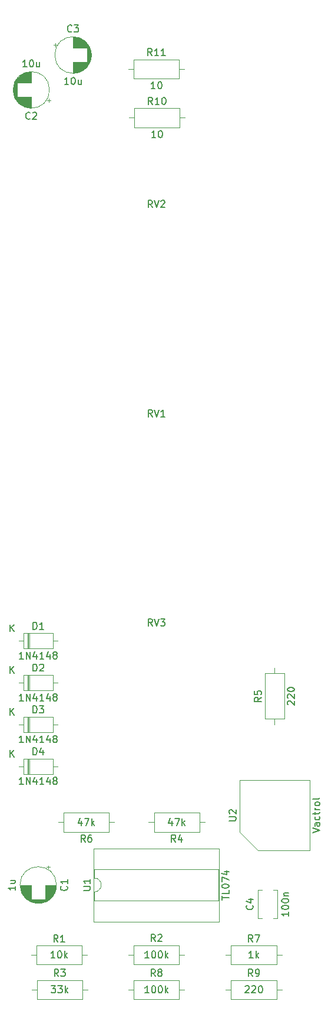
<source format=gbr>
%TF.GenerationSoftware,KiCad,Pcbnew,6.0.9-8da3e8f707~117~ubuntu22.04.1*%
%TF.CreationDate,2022-12-15T23:13:04+01:00*%
%TF.ProjectId,kosmo-sidechain,6b6f736d-6f2d-4736-9964-65636861696e,v1.0.0*%
%TF.SameCoordinates,Original*%
%TF.FileFunction,Legend,Top*%
%TF.FilePolarity,Positive*%
%FSLAX46Y46*%
G04 Gerber Fmt 4.6, Leading zero omitted, Abs format (unit mm)*
G04 Created by KiCad (PCBNEW 6.0.9-8da3e8f707~117~ubuntu22.04.1) date 2022-12-15 23:13:04*
%MOMM*%
%LPD*%
G01*
G04 APERTURE LIST*
%ADD10C,0.150000*%
%ADD11C,0.120000*%
G04 APERTURE END LIST*
D10*
%TO.C,C1*%
X57107142Y-165166666D02*
X57154761Y-165214285D01*
X57202380Y-165357142D01*
X57202380Y-165452380D01*
X57154761Y-165595238D01*
X57059523Y-165690476D01*
X56964285Y-165738095D01*
X56773809Y-165785714D01*
X56630952Y-165785714D01*
X56440476Y-165738095D01*
X56345238Y-165690476D01*
X56250000Y-165595238D01*
X56202380Y-165452380D01*
X56202380Y-165357142D01*
X56250000Y-165214285D01*
X56297619Y-165166666D01*
X57202380Y-164214285D02*
X57202380Y-164785714D01*
X57202380Y-164500000D02*
X56202380Y-164500000D01*
X56345238Y-164595238D01*
X56440476Y-164690476D01*
X56488095Y-164785714D01*
X49702380Y-165166666D02*
X49702380Y-165738095D01*
X49702380Y-165452380D02*
X48702380Y-165452380D01*
X48845238Y-165547619D01*
X48940476Y-165642857D01*
X48988095Y-165738095D01*
X49035714Y-164309523D02*
X49702380Y-164309523D01*
X49035714Y-164738095D02*
X49559523Y-164738095D01*
X49654761Y-164690476D01*
X49702380Y-164595238D01*
X49702380Y-164452380D01*
X49654761Y-164357142D01*
X49607142Y-164309523D01*
%TO.C,D1*%
X52261904Y-128332380D02*
X52261904Y-127332380D01*
X52500000Y-127332380D01*
X52642857Y-127380000D01*
X52738095Y-127475238D01*
X52785714Y-127570476D01*
X52833333Y-127760952D01*
X52833333Y-127903809D01*
X52785714Y-128094285D01*
X52738095Y-128189523D01*
X52642857Y-128284761D01*
X52500000Y-128332380D01*
X52261904Y-128332380D01*
X53785714Y-128332380D02*
X53214285Y-128332380D01*
X53500000Y-128332380D02*
X53500000Y-127332380D01*
X53404761Y-127475238D01*
X53309523Y-127570476D01*
X53214285Y-127618095D01*
X50857142Y-132572380D02*
X50285714Y-132572380D01*
X50571428Y-132572380D02*
X50571428Y-131572380D01*
X50476190Y-131715238D01*
X50380952Y-131810476D01*
X50285714Y-131858095D01*
X51285714Y-132572380D02*
X51285714Y-131572380D01*
X51857142Y-132572380D01*
X51857142Y-131572380D01*
X52761904Y-131905714D02*
X52761904Y-132572380D01*
X52523809Y-131524761D02*
X52285714Y-132239047D01*
X52904761Y-132239047D01*
X53809523Y-132572380D02*
X53238095Y-132572380D01*
X53523809Y-132572380D02*
X53523809Y-131572380D01*
X53428571Y-131715238D01*
X53333333Y-131810476D01*
X53238095Y-131858095D01*
X54666666Y-131905714D02*
X54666666Y-132572380D01*
X54428571Y-131524761D02*
X54190476Y-132239047D01*
X54809523Y-132239047D01*
X55333333Y-132000952D02*
X55238095Y-131953333D01*
X55190476Y-131905714D01*
X55142857Y-131810476D01*
X55142857Y-131762857D01*
X55190476Y-131667619D01*
X55238095Y-131620000D01*
X55333333Y-131572380D01*
X55523809Y-131572380D01*
X55619047Y-131620000D01*
X55666666Y-131667619D01*
X55714285Y-131762857D01*
X55714285Y-131810476D01*
X55666666Y-131905714D01*
X55619047Y-131953333D01*
X55523809Y-132000952D01*
X55333333Y-132000952D01*
X55238095Y-132048571D01*
X55190476Y-132096190D01*
X55142857Y-132191428D01*
X55142857Y-132381904D01*
X55190476Y-132477142D01*
X55238095Y-132524761D01*
X55333333Y-132572380D01*
X55523809Y-132572380D01*
X55619047Y-132524761D01*
X55666666Y-132477142D01*
X55714285Y-132381904D01*
X55714285Y-132191428D01*
X55666666Y-132096190D01*
X55619047Y-132048571D01*
X55523809Y-132000952D01*
X48928095Y-128652380D02*
X48928095Y-127652380D01*
X49499523Y-128652380D02*
X49070952Y-128080952D01*
X49499523Y-127652380D02*
X48928095Y-128223809D01*
%TO.C,D2*%
X52261904Y-134332380D02*
X52261904Y-133332380D01*
X52500000Y-133332380D01*
X52642857Y-133380000D01*
X52738095Y-133475238D01*
X52785714Y-133570476D01*
X52833333Y-133760952D01*
X52833333Y-133903809D01*
X52785714Y-134094285D01*
X52738095Y-134189523D01*
X52642857Y-134284761D01*
X52500000Y-134332380D01*
X52261904Y-134332380D01*
X53214285Y-133427619D02*
X53261904Y-133380000D01*
X53357142Y-133332380D01*
X53595238Y-133332380D01*
X53690476Y-133380000D01*
X53738095Y-133427619D01*
X53785714Y-133522857D01*
X53785714Y-133618095D01*
X53738095Y-133760952D01*
X53166666Y-134332380D01*
X53785714Y-134332380D01*
X50857142Y-138572380D02*
X50285714Y-138572380D01*
X50571428Y-138572380D02*
X50571428Y-137572380D01*
X50476190Y-137715238D01*
X50380952Y-137810476D01*
X50285714Y-137858095D01*
X51285714Y-138572380D02*
X51285714Y-137572380D01*
X51857142Y-138572380D01*
X51857142Y-137572380D01*
X52761904Y-137905714D02*
X52761904Y-138572380D01*
X52523809Y-137524761D02*
X52285714Y-138239047D01*
X52904761Y-138239047D01*
X53809523Y-138572380D02*
X53238095Y-138572380D01*
X53523809Y-138572380D02*
X53523809Y-137572380D01*
X53428571Y-137715238D01*
X53333333Y-137810476D01*
X53238095Y-137858095D01*
X54666666Y-137905714D02*
X54666666Y-138572380D01*
X54428571Y-137524761D02*
X54190476Y-138239047D01*
X54809523Y-138239047D01*
X55333333Y-138000952D02*
X55238095Y-137953333D01*
X55190476Y-137905714D01*
X55142857Y-137810476D01*
X55142857Y-137762857D01*
X55190476Y-137667619D01*
X55238095Y-137620000D01*
X55333333Y-137572380D01*
X55523809Y-137572380D01*
X55619047Y-137620000D01*
X55666666Y-137667619D01*
X55714285Y-137762857D01*
X55714285Y-137810476D01*
X55666666Y-137905714D01*
X55619047Y-137953333D01*
X55523809Y-138000952D01*
X55333333Y-138000952D01*
X55238095Y-138048571D01*
X55190476Y-138096190D01*
X55142857Y-138191428D01*
X55142857Y-138381904D01*
X55190476Y-138477142D01*
X55238095Y-138524761D01*
X55333333Y-138572380D01*
X55523809Y-138572380D01*
X55619047Y-138524761D01*
X55666666Y-138477142D01*
X55714285Y-138381904D01*
X55714285Y-138191428D01*
X55666666Y-138096190D01*
X55619047Y-138048571D01*
X55523809Y-138000952D01*
X48928095Y-134652380D02*
X48928095Y-133652380D01*
X49499523Y-134652380D02*
X49070952Y-134080952D01*
X49499523Y-133652380D02*
X48928095Y-134223809D01*
%TO.C,D3*%
X52261904Y-140332380D02*
X52261904Y-139332380D01*
X52500000Y-139332380D01*
X52642857Y-139380000D01*
X52738095Y-139475238D01*
X52785714Y-139570476D01*
X52833333Y-139760952D01*
X52833333Y-139903809D01*
X52785714Y-140094285D01*
X52738095Y-140189523D01*
X52642857Y-140284761D01*
X52500000Y-140332380D01*
X52261904Y-140332380D01*
X53166666Y-139332380D02*
X53785714Y-139332380D01*
X53452380Y-139713333D01*
X53595238Y-139713333D01*
X53690476Y-139760952D01*
X53738095Y-139808571D01*
X53785714Y-139903809D01*
X53785714Y-140141904D01*
X53738095Y-140237142D01*
X53690476Y-140284761D01*
X53595238Y-140332380D01*
X53309523Y-140332380D01*
X53214285Y-140284761D01*
X53166666Y-140237142D01*
X50857142Y-144572380D02*
X50285714Y-144572380D01*
X50571428Y-144572380D02*
X50571428Y-143572380D01*
X50476190Y-143715238D01*
X50380952Y-143810476D01*
X50285714Y-143858095D01*
X51285714Y-144572380D02*
X51285714Y-143572380D01*
X51857142Y-144572380D01*
X51857142Y-143572380D01*
X52761904Y-143905714D02*
X52761904Y-144572380D01*
X52523809Y-143524761D02*
X52285714Y-144239047D01*
X52904761Y-144239047D01*
X53809523Y-144572380D02*
X53238095Y-144572380D01*
X53523809Y-144572380D02*
X53523809Y-143572380D01*
X53428571Y-143715238D01*
X53333333Y-143810476D01*
X53238095Y-143858095D01*
X54666666Y-143905714D02*
X54666666Y-144572380D01*
X54428571Y-143524761D02*
X54190476Y-144239047D01*
X54809523Y-144239047D01*
X55333333Y-144000952D02*
X55238095Y-143953333D01*
X55190476Y-143905714D01*
X55142857Y-143810476D01*
X55142857Y-143762857D01*
X55190476Y-143667619D01*
X55238095Y-143620000D01*
X55333333Y-143572380D01*
X55523809Y-143572380D01*
X55619047Y-143620000D01*
X55666666Y-143667619D01*
X55714285Y-143762857D01*
X55714285Y-143810476D01*
X55666666Y-143905714D01*
X55619047Y-143953333D01*
X55523809Y-144000952D01*
X55333333Y-144000952D01*
X55238095Y-144048571D01*
X55190476Y-144096190D01*
X55142857Y-144191428D01*
X55142857Y-144381904D01*
X55190476Y-144477142D01*
X55238095Y-144524761D01*
X55333333Y-144572380D01*
X55523809Y-144572380D01*
X55619047Y-144524761D01*
X55666666Y-144477142D01*
X55714285Y-144381904D01*
X55714285Y-144191428D01*
X55666666Y-144096190D01*
X55619047Y-144048571D01*
X55523809Y-144000952D01*
X48928095Y-140652380D02*
X48928095Y-139652380D01*
X49499523Y-140652380D02*
X49070952Y-140080952D01*
X49499523Y-139652380D02*
X48928095Y-140223809D01*
%TO.C,D4*%
X52261904Y-146332380D02*
X52261904Y-145332380D01*
X52500000Y-145332380D01*
X52642857Y-145380000D01*
X52738095Y-145475238D01*
X52785714Y-145570476D01*
X52833333Y-145760952D01*
X52833333Y-145903809D01*
X52785714Y-146094285D01*
X52738095Y-146189523D01*
X52642857Y-146284761D01*
X52500000Y-146332380D01*
X52261904Y-146332380D01*
X53690476Y-145665714D02*
X53690476Y-146332380D01*
X53452380Y-145284761D02*
X53214285Y-145999047D01*
X53833333Y-145999047D01*
X50857142Y-150572380D02*
X50285714Y-150572380D01*
X50571428Y-150572380D02*
X50571428Y-149572380D01*
X50476190Y-149715238D01*
X50380952Y-149810476D01*
X50285714Y-149858095D01*
X51285714Y-150572380D02*
X51285714Y-149572380D01*
X51857142Y-150572380D01*
X51857142Y-149572380D01*
X52761904Y-149905714D02*
X52761904Y-150572380D01*
X52523809Y-149524761D02*
X52285714Y-150239047D01*
X52904761Y-150239047D01*
X53809523Y-150572380D02*
X53238095Y-150572380D01*
X53523809Y-150572380D02*
X53523809Y-149572380D01*
X53428571Y-149715238D01*
X53333333Y-149810476D01*
X53238095Y-149858095D01*
X54666666Y-149905714D02*
X54666666Y-150572380D01*
X54428571Y-149524761D02*
X54190476Y-150239047D01*
X54809523Y-150239047D01*
X55333333Y-150000952D02*
X55238095Y-149953333D01*
X55190476Y-149905714D01*
X55142857Y-149810476D01*
X55142857Y-149762857D01*
X55190476Y-149667619D01*
X55238095Y-149620000D01*
X55333333Y-149572380D01*
X55523809Y-149572380D01*
X55619047Y-149620000D01*
X55666666Y-149667619D01*
X55714285Y-149762857D01*
X55714285Y-149810476D01*
X55666666Y-149905714D01*
X55619047Y-149953333D01*
X55523809Y-150000952D01*
X55333333Y-150000952D01*
X55238095Y-150048571D01*
X55190476Y-150096190D01*
X55142857Y-150191428D01*
X55142857Y-150381904D01*
X55190476Y-150477142D01*
X55238095Y-150524761D01*
X55333333Y-150572380D01*
X55523809Y-150572380D01*
X55619047Y-150524761D01*
X55666666Y-150477142D01*
X55714285Y-150381904D01*
X55714285Y-150191428D01*
X55666666Y-150096190D01*
X55619047Y-150048571D01*
X55523809Y-150000952D01*
X48928095Y-146652380D02*
X48928095Y-145652380D01*
X49499523Y-146652380D02*
X49070952Y-146080952D01*
X49499523Y-145652380D02*
X48928095Y-146223809D01*
%TO.C,R1*%
X55833333Y-173152380D02*
X55500000Y-172676190D01*
X55261904Y-173152380D02*
X55261904Y-172152380D01*
X55642857Y-172152380D01*
X55738095Y-172200000D01*
X55785714Y-172247619D01*
X55833333Y-172342857D01*
X55833333Y-172485714D01*
X55785714Y-172580952D01*
X55738095Y-172628571D01*
X55642857Y-172676190D01*
X55261904Y-172676190D01*
X56785714Y-173152380D02*
X56214285Y-173152380D01*
X56500000Y-173152380D02*
X56500000Y-172152380D01*
X56404761Y-172295238D01*
X56309523Y-172390476D01*
X56214285Y-172438095D01*
X55404761Y-175452380D02*
X54833333Y-175452380D01*
X55119047Y-175452380D02*
X55119047Y-174452380D01*
X55023809Y-174595238D01*
X54928571Y-174690476D01*
X54833333Y-174738095D01*
X56023809Y-174452380D02*
X56119047Y-174452380D01*
X56214285Y-174500000D01*
X56261904Y-174547619D01*
X56309523Y-174642857D01*
X56357142Y-174833333D01*
X56357142Y-175071428D01*
X56309523Y-175261904D01*
X56261904Y-175357142D01*
X56214285Y-175404761D01*
X56119047Y-175452380D01*
X56023809Y-175452380D01*
X55928571Y-175404761D01*
X55880952Y-175357142D01*
X55833333Y-175261904D01*
X55785714Y-175071428D01*
X55785714Y-174833333D01*
X55833333Y-174642857D01*
X55880952Y-174547619D01*
X55928571Y-174500000D01*
X56023809Y-174452380D01*
X56785714Y-175452380D02*
X56785714Y-174452380D01*
X56880952Y-175071428D02*
X57166666Y-175452380D01*
X57166666Y-174785714D02*
X56785714Y-175166666D01*
%TO.C,R2*%
X69833333Y-173082380D02*
X69500000Y-172606190D01*
X69261904Y-173082380D02*
X69261904Y-172082380D01*
X69642857Y-172082380D01*
X69738095Y-172130000D01*
X69785714Y-172177619D01*
X69833333Y-172272857D01*
X69833333Y-172415714D01*
X69785714Y-172510952D01*
X69738095Y-172558571D01*
X69642857Y-172606190D01*
X69261904Y-172606190D01*
X70214285Y-172177619D02*
X70261904Y-172130000D01*
X70357142Y-172082380D01*
X70595238Y-172082380D01*
X70690476Y-172130000D01*
X70738095Y-172177619D01*
X70785714Y-172272857D01*
X70785714Y-172368095D01*
X70738095Y-172510952D01*
X70166666Y-173082380D01*
X70785714Y-173082380D01*
X68928571Y-175452380D02*
X68357142Y-175452380D01*
X68642857Y-175452380D02*
X68642857Y-174452380D01*
X68547619Y-174595238D01*
X68452380Y-174690476D01*
X68357142Y-174738095D01*
X69547619Y-174452380D02*
X69642857Y-174452380D01*
X69738095Y-174500000D01*
X69785714Y-174547619D01*
X69833333Y-174642857D01*
X69880952Y-174833333D01*
X69880952Y-175071428D01*
X69833333Y-175261904D01*
X69785714Y-175357142D01*
X69738095Y-175404761D01*
X69642857Y-175452380D01*
X69547619Y-175452380D01*
X69452380Y-175404761D01*
X69404761Y-175357142D01*
X69357142Y-175261904D01*
X69309523Y-175071428D01*
X69309523Y-174833333D01*
X69357142Y-174642857D01*
X69404761Y-174547619D01*
X69452380Y-174500000D01*
X69547619Y-174452380D01*
X70500000Y-174452380D02*
X70595238Y-174452380D01*
X70690476Y-174500000D01*
X70738095Y-174547619D01*
X70785714Y-174642857D01*
X70833333Y-174833333D01*
X70833333Y-175071428D01*
X70785714Y-175261904D01*
X70738095Y-175357142D01*
X70690476Y-175404761D01*
X70595238Y-175452380D01*
X70500000Y-175452380D01*
X70404761Y-175404761D01*
X70357142Y-175357142D01*
X70309523Y-175261904D01*
X70261904Y-175071428D01*
X70261904Y-174833333D01*
X70309523Y-174642857D01*
X70357142Y-174547619D01*
X70404761Y-174500000D01*
X70500000Y-174452380D01*
X71261904Y-175452380D02*
X71261904Y-174452380D01*
X71357142Y-175071428D02*
X71642857Y-175452380D01*
X71642857Y-174785714D02*
X71261904Y-175166666D01*
%TO.C,R3*%
X55913333Y-178082380D02*
X55580000Y-177606190D01*
X55341904Y-178082380D02*
X55341904Y-177082380D01*
X55722857Y-177082380D01*
X55818095Y-177130000D01*
X55865714Y-177177619D01*
X55913333Y-177272857D01*
X55913333Y-177415714D01*
X55865714Y-177510952D01*
X55818095Y-177558571D01*
X55722857Y-177606190D01*
X55341904Y-177606190D01*
X56246666Y-177082380D02*
X56865714Y-177082380D01*
X56532380Y-177463333D01*
X56675238Y-177463333D01*
X56770476Y-177510952D01*
X56818095Y-177558571D01*
X56865714Y-177653809D01*
X56865714Y-177891904D01*
X56818095Y-177987142D01*
X56770476Y-178034761D01*
X56675238Y-178082380D01*
X56389523Y-178082380D01*
X56294285Y-178034761D01*
X56246666Y-177987142D01*
X54865714Y-179452380D02*
X55484761Y-179452380D01*
X55151428Y-179833333D01*
X55294285Y-179833333D01*
X55389523Y-179880952D01*
X55437142Y-179928571D01*
X55484761Y-180023809D01*
X55484761Y-180261904D01*
X55437142Y-180357142D01*
X55389523Y-180404761D01*
X55294285Y-180452380D01*
X55008571Y-180452380D01*
X54913333Y-180404761D01*
X54865714Y-180357142D01*
X55818095Y-179452380D02*
X56437142Y-179452380D01*
X56103809Y-179833333D01*
X56246666Y-179833333D01*
X56341904Y-179880952D01*
X56389523Y-179928571D01*
X56437142Y-180023809D01*
X56437142Y-180261904D01*
X56389523Y-180357142D01*
X56341904Y-180404761D01*
X56246666Y-180452380D01*
X55960952Y-180452380D01*
X55865714Y-180404761D01*
X55818095Y-180357142D01*
X56865714Y-180452380D02*
X56865714Y-179452380D01*
X56960952Y-180071428D02*
X57246666Y-180452380D01*
X57246666Y-179785714D02*
X56865714Y-180166666D01*
%TO.C,R4*%
X72753333Y-158822380D02*
X72420000Y-158346190D01*
X72181904Y-158822380D02*
X72181904Y-157822380D01*
X72562857Y-157822380D01*
X72658095Y-157870000D01*
X72705714Y-157917619D01*
X72753333Y-158012857D01*
X72753333Y-158155714D01*
X72705714Y-158250952D01*
X72658095Y-158298571D01*
X72562857Y-158346190D01*
X72181904Y-158346190D01*
X73610476Y-158155714D02*
X73610476Y-158822380D01*
X73372380Y-157774761D02*
X73134285Y-158489047D01*
X73753333Y-158489047D01*
X72229523Y-155785714D02*
X72229523Y-156452380D01*
X71991428Y-155404761D02*
X71753333Y-156119047D01*
X72372380Y-156119047D01*
X72658095Y-155452380D02*
X73324761Y-155452380D01*
X72896190Y-156452380D01*
X73705714Y-156452380D02*
X73705714Y-155452380D01*
X73800952Y-156071428D02*
X74086666Y-156452380D01*
X74086666Y-155785714D02*
X73705714Y-156166666D01*
%TO.C,R5*%
X85082380Y-138086666D02*
X84606190Y-138420000D01*
X85082380Y-138658095D02*
X84082380Y-138658095D01*
X84082380Y-138277142D01*
X84130000Y-138181904D01*
X84177619Y-138134285D01*
X84272857Y-138086666D01*
X84415714Y-138086666D01*
X84510952Y-138134285D01*
X84558571Y-138181904D01*
X84606190Y-138277142D01*
X84606190Y-138658095D01*
X84082380Y-137181904D02*
X84082380Y-137658095D01*
X84558571Y-137705714D01*
X84510952Y-137658095D01*
X84463333Y-137562857D01*
X84463333Y-137324761D01*
X84510952Y-137229523D01*
X84558571Y-137181904D01*
X84653809Y-137134285D01*
X84891904Y-137134285D01*
X84987142Y-137181904D01*
X85034761Y-137229523D01*
X85082380Y-137324761D01*
X85082380Y-137562857D01*
X85034761Y-137658095D01*
X84987142Y-137705714D01*
X88917619Y-139158095D02*
X88870000Y-139110476D01*
X88822380Y-139015238D01*
X88822380Y-138777142D01*
X88870000Y-138681904D01*
X88917619Y-138634285D01*
X89012857Y-138586666D01*
X89108095Y-138586666D01*
X89250952Y-138634285D01*
X89822380Y-139205714D01*
X89822380Y-138586666D01*
X88917619Y-138205714D02*
X88870000Y-138158095D01*
X88822380Y-138062857D01*
X88822380Y-137824761D01*
X88870000Y-137729523D01*
X88917619Y-137681904D01*
X89012857Y-137634285D01*
X89108095Y-137634285D01*
X89250952Y-137681904D01*
X89822380Y-138253333D01*
X89822380Y-137634285D01*
X88822380Y-137015238D02*
X88822380Y-136920000D01*
X88870000Y-136824761D01*
X88917619Y-136777142D01*
X89012857Y-136729523D01*
X89203333Y-136681904D01*
X89441428Y-136681904D01*
X89631904Y-136729523D01*
X89727142Y-136777142D01*
X89774761Y-136824761D01*
X89822380Y-136920000D01*
X89822380Y-137015238D01*
X89774761Y-137110476D01*
X89727142Y-137158095D01*
X89631904Y-137205714D01*
X89441428Y-137253333D01*
X89203333Y-137253333D01*
X89012857Y-137205714D01*
X88917619Y-137158095D01*
X88870000Y-137110476D01*
X88822380Y-137015238D01*
%TO.C,R6*%
X59753333Y-158822380D02*
X59420000Y-158346190D01*
X59181904Y-158822380D02*
X59181904Y-157822380D01*
X59562857Y-157822380D01*
X59658095Y-157870000D01*
X59705714Y-157917619D01*
X59753333Y-158012857D01*
X59753333Y-158155714D01*
X59705714Y-158250952D01*
X59658095Y-158298571D01*
X59562857Y-158346190D01*
X59181904Y-158346190D01*
X60610476Y-157822380D02*
X60420000Y-157822380D01*
X60324761Y-157870000D01*
X60277142Y-157917619D01*
X60181904Y-158060476D01*
X60134285Y-158250952D01*
X60134285Y-158631904D01*
X60181904Y-158727142D01*
X60229523Y-158774761D01*
X60324761Y-158822380D01*
X60515238Y-158822380D01*
X60610476Y-158774761D01*
X60658095Y-158727142D01*
X60705714Y-158631904D01*
X60705714Y-158393809D01*
X60658095Y-158298571D01*
X60610476Y-158250952D01*
X60515238Y-158203333D01*
X60324761Y-158203333D01*
X60229523Y-158250952D01*
X60181904Y-158298571D01*
X60134285Y-158393809D01*
X59229523Y-155785714D02*
X59229523Y-156452380D01*
X58991428Y-155404761D02*
X58753333Y-156119047D01*
X59372380Y-156119047D01*
X59658095Y-155452380D02*
X60324761Y-155452380D01*
X59896190Y-156452380D01*
X60705714Y-156452380D02*
X60705714Y-155452380D01*
X60800952Y-156071428D02*
X61086666Y-156452380D01*
X61086666Y-155785714D02*
X60705714Y-156166666D01*
%TO.C,R7*%
X83833333Y-173152380D02*
X83500000Y-172676190D01*
X83261904Y-173152380D02*
X83261904Y-172152380D01*
X83642857Y-172152380D01*
X83738095Y-172200000D01*
X83785714Y-172247619D01*
X83833333Y-172342857D01*
X83833333Y-172485714D01*
X83785714Y-172580952D01*
X83738095Y-172628571D01*
X83642857Y-172676190D01*
X83261904Y-172676190D01*
X84166666Y-172152380D02*
X84833333Y-172152380D01*
X84404761Y-173152380D01*
X83880952Y-175452380D02*
X83309523Y-175452380D01*
X83595238Y-175452380D02*
X83595238Y-174452380D01*
X83500000Y-174595238D01*
X83404761Y-174690476D01*
X83309523Y-174738095D01*
X84309523Y-175452380D02*
X84309523Y-174452380D01*
X84404761Y-175071428D02*
X84690476Y-175452380D01*
X84690476Y-174785714D02*
X84309523Y-175166666D01*
%TO.C,R8*%
X69833333Y-178082380D02*
X69500000Y-177606190D01*
X69261904Y-178082380D02*
X69261904Y-177082380D01*
X69642857Y-177082380D01*
X69738095Y-177130000D01*
X69785714Y-177177619D01*
X69833333Y-177272857D01*
X69833333Y-177415714D01*
X69785714Y-177510952D01*
X69738095Y-177558571D01*
X69642857Y-177606190D01*
X69261904Y-177606190D01*
X70404761Y-177510952D02*
X70309523Y-177463333D01*
X70261904Y-177415714D01*
X70214285Y-177320476D01*
X70214285Y-177272857D01*
X70261904Y-177177619D01*
X70309523Y-177130000D01*
X70404761Y-177082380D01*
X70595238Y-177082380D01*
X70690476Y-177130000D01*
X70738095Y-177177619D01*
X70785714Y-177272857D01*
X70785714Y-177320476D01*
X70738095Y-177415714D01*
X70690476Y-177463333D01*
X70595238Y-177510952D01*
X70404761Y-177510952D01*
X70309523Y-177558571D01*
X70261904Y-177606190D01*
X70214285Y-177701428D01*
X70214285Y-177891904D01*
X70261904Y-177987142D01*
X70309523Y-178034761D01*
X70404761Y-178082380D01*
X70595238Y-178082380D01*
X70690476Y-178034761D01*
X70738095Y-177987142D01*
X70785714Y-177891904D01*
X70785714Y-177701428D01*
X70738095Y-177606190D01*
X70690476Y-177558571D01*
X70595238Y-177510952D01*
X68928571Y-180452380D02*
X68357142Y-180452380D01*
X68642857Y-180452380D02*
X68642857Y-179452380D01*
X68547619Y-179595238D01*
X68452380Y-179690476D01*
X68357142Y-179738095D01*
X69547619Y-179452380D02*
X69642857Y-179452380D01*
X69738095Y-179500000D01*
X69785714Y-179547619D01*
X69833333Y-179642857D01*
X69880952Y-179833333D01*
X69880952Y-180071428D01*
X69833333Y-180261904D01*
X69785714Y-180357142D01*
X69738095Y-180404761D01*
X69642857Y-180452380D01*
X69547619Y-180452380D01*
X69452380Y-180404761D01*
X69404761Y-180357142D01*
X69357142Y-180261904D01*
X69309523Y-180071428D01*
X69309523Y-179833333D01*
X69357142Y-179642857D01*
X69404761Y-179547619D01*
X69452380Y-179500000D01*
X69547619Y-179452380D01*
X70500000Y-179452380D02*
X70595238Y-179452380D01*
X70690476Y-179500000D01*
X70738095Y-179547619D01*
X70785714Y-179642857D01*
X70833333Y-179833333D01*
X70833333Y-180071428D01*
X70785714Y-180261904D01*
X70738095Y-180357142D01*
X70690476Y-180404761D01*
X70595238Y-180452380D01*
X70500000Y-180452380D01*
X70404761Y-180404761D01*
X70357142Y-180357142D01*
X70309523Y-180261904D01*
X70261904Y-180071428D01*
X70261904Y-179833333D01*
X70309523Y-179642857D01*
X70357142Y-179547619D01*
X70404761Y-179500000D01*
X70500000Y-179452380D01*
X71261904Y-180452380D02*
X71261904Y-179452380D01*
X71357142Y-180071428D02*
X71642857Y-180452380D01*
X71642857Y-179785714D02*
X71261904Y-180166666D01*
%TO.C,R9*%
X83833333Y-178082380D02*
X83500000Y-177606190D01*
X83261904Y-178082380D02*
X83261904Y-177082380D01*
X83642857Y-177082380D01*
X83738095Y-177130000D01*
X83785714Y-177177619D01*
X83833333Y-177272857D01*
X83833333Y-177415714D01*
X83785714Y-177510952D01*
X83738095Y-177558571D01*
X83642857Y-177606190D01*
X83261904Y-177606190D01*
X84309523Y-178082380D02*
X84500000Y-178082380D01*
X84595238Y-178034761D01*
X84642857Y-177987142D01*
X84738095Y-177844285D01*
X84785714Y-177653809D01*
X84785714Y-177272857D01*
X84738095Y-177177619D01*
X84690476Y-177130000D01*
X84595238Y-177082380D01*
X84404761Y-177082380D01*
X84309523Y-177130000D01*
X84261904Y-177177619D01*
X84214285Y-177272857D01*
X84214285Y-177510952D01*
X84261904Y-177606190D01*
X84309523Y-177653809D01*
X84404761Y-177701428D01*
X84595238Y-177701428D01*
X84690476Y-177653809D01*
X84738095Y-177606190D01*
X84785714Y-177510952D01*
X82761904Y-179547619D02*
X82809523Y-179500000D01*
X82904761Y-179452380D01*
X83142857Y-179452380D01*
X83238095Y-179500000D01*
X83285714Y-179547619D01*
X83333333Y-179642857D01*
X83333333Y-179738095D01*
X83285714Y-179880952D01*
X82714285Y-180452380D01*
X83333333Y-180452380D01*
X83714285Y-179547619D02*
X83761904Y-179500000D01*
X83857142Y-179452380D01*
X84095238Y-179452380D01*
X84190476Y-179500000D01*
X84238095Y-179547619D01*
X84285714Y-179642857D01*
X84285714Y-179738095D01*
X84238095Y-179880952D01*
X83666666Y-180452380D01*
X84285714Y-180452380D01*
X84904761Y-179452380D02*
X85000000Y-179452380D01*
X85095238Y-179500000D01*
X85142857Y-179547619D01*
X85190476Y-179642857D01*
X85238095Y-179833333D01*
X85238095Y-180071428D01*
X85190476Y-180261904D01*
X85142857Y-180357142D01*
X85095238Y-180404761D01*
X85000000Y-180452380D01*
X84904761Y-180452380D01*
X84809523Y-180404761D01*
X84761904Y-180357142D01*
X84714285Y-180261904D01*
X84666666Y-180071428D01*
X84666666Y-179833333D01*
X84714285Y-179642857D01*
X84761904Y-179547619D01*
X84809523Y-179500000D01*
X84904761Y-179452380D01*
%TO.C,U1*%
X59497380Y-165751904D02*
X60306904Y-165751904D01*
X60402142Y-165704285D01*
X60449761Y-165656666D01*
X60497380Y-165561428D01*
X60497380Y-165370952D01*
X60449761Y-165275714D01*
X60402142Y-165228095D01*
X60306904Y-165180476D01*
X59497380Y-165180476D01*
X60497380Y-164180476D02*
X60497380Y-164751904D01*
X60497380Y-164466190D02*
X59497380Y-164466190D01*
X59640238Y-164561428D01*
X59735476Y-164656666D01*
X59783095Y-164751904D01*
X79397380Y-167109047D02*
X79397380Y-166537619D01*
X80397380Y-166823333D02*
X79397380Y-166823333D01*
X80397380Y-165728095D02*
X80397380Y-166204285D01*
X79397380Y-166204285D01*
X79397380Y-165204285D02*
X79397380Y-165109047D01*
X79445000Y-165013809D01*
X79492619Y-164966190D01*
X79587857Y-164918571D01*
X79778333Y-164870952D01*
X80016428Y-164870952D01*
X80206904Y-164918571D01*
X80302142Y-164966190D01*
X80349761Y-165013809D01*
X80397380Y-165109047D01*
X80397380Y-165204285D01*
X80349761Y-165299523D01*
X80302142Y-165347142D01*
X80206904Y-165394761D01*
X80016428Y-165442380D01*
X79778333Y-165442380D01*
X79587857Y-165394761D01*
X79492619Y-165347142D01*
X79445000Y-165299523D01*
X79397380Y-165204285D01*
X79397380Y-164537619D02*
X79397380Y-163870952D01*
X80397380Y-164299523D01*
X79730714Y-163061428D02*
X80397380Y-163061428D01*
X79349761Y-163299523D02*
X80064047Y-163537619D01*
X80064047Y-162918571D01*
%TO.C,U2*%
X80452380Y-155761904D02*
X81261904Y-155761904D01*
X81357142Y-155714285D01*
X81404761Y-155666666D01*
X81452380Y-155571428D01*
X81452380Y-155380952D01*
X81404761Y-155285714D01*
X81357142Y-155238095D01*
X81261904Y-155190476D01*
X80452380Y-155190476D01*
X80547619Y-154761904D02*
X80500000Y-154714285D01*
X80452380Y-154619047D01*
X80452380Y-154380952D01*
X80500000Y-154285714D01*
X80547619Y-154238095D01*
X80642857Y-154190476D01*
X80738095Y-154190476D01*
X80880952Y-154238095D01*
X81452380Y-154809523D01*
X81452380Y-154190476D01*
X92452380Y-157523809D02*
X93452380Y-157190476D01*
X92452380Y-156857142D01*
X93452380Y-156095238D02*
X92928571Y-156095238D01*
X92833333Y-156142857D01*
X92785714Y-156238095D01*
X92785714Y-156428571D01*
X92833333Y-156523809D01*
X93404761Y-156095238D02*
X93452380Y-156190476D01*
X93452380Y-156428571D01*
X93404761Y-156523809D01*
X93309523Y-156571428D01*
X93214285Y-156571428D01*
X93119047Y-156523809D01*
X93071428Y-156428571D01*
X93071428Y-156190476D01*
X93023809Y-156095238D01*
X93404761Y-155190476D02*
X93452380Y-155285714D01*
X93452380Y-155476190D01*
X93404761Y-155571428D01*
X93357142Y-155619047D01*
X93261904Y-155666666D01*
X92976190Y-155666666D01*
X92880952Y-155619047D01*
X92833333Y-155571428D01*
X92785714Y-155476190D01*
X92785714Y-155285714D01*
X92833333Y-155190476D01*
X92785714Y-154904761D02*
X92785714Y-154523809D01*
X92452380Y-154761904D02*
X93309523Y-154761904D01*
X93404761Y-154714285D01*
X93452380Y-154619047D01*
X93452380Y-154523809D01*
X93452380Y-154190476D02*
X92785714Y-154190476D01*
X92976190Y-154190476D02*
X92880952Y-154142857D01*
X92833333Y-154095238D01*
X92785714Y-154000000D01*
X92785714Y-153904761D01*
X93452380Y-153428571D02*
X93404761Y-153523809D01*
X93357142Y-153571428D01*
X93261904Y-153619047D01*
X92976190Y-153619047D01*
X92880952Y-153571428D01*
X92833333Y-153523809D01*
X92785714Y-153428571D01*
X92785714Y-153285714D01*
X92833333Y-153190476D01*
X92880952Y-153142857D01*
X92976190Y-153095238D01*
X93261904Y-153095238D01*
X93357142Y-153142857D01*
X93404761Y-153190476D01*
X93452380Y-153285714D01*
X93452380Y-153428571D01*
X93452380Y-152523809D02*
X93404761Y-152619047D01*
X93309523Y-152666666D01*
X92452380Y-152666666D01*
%TO.C,C2*%
X51833333Y-55107142D02*
X51785714Y-55154761D01*
X51642857Y-55202380D01*
X51547619Y-55202380D01*
X51404761Y-55154761D01*
X51309523Y-55059523D01*
X51261904Y-54964285D01*
X51214285Y-54773809D01*
X51214285Y-54630952D01*
X51261904Y-54440476D01*
X51309523Y-54345238D01*
X51404761Y-54250000D01*
X51547619Y-54202380D01*
X51642857Y-54202380D01*
X51785714Y-54250000D01*
X51833333Y-54297619D01*
X52214285Y-54297619D02*
X52261904Y-54250000D01*
X52357142Y-54202380D01*
X52595238Y-54202380D01*
X52690476Y-54250000D01*
X52738095Y-54297619D01*
X52785714Y-54392857D01*
X52785714Y-54488095D01*
X52738095Y-54630952D01*
X52166666Y-55202380D01*
X52785714Y-55202380D01*
X51357142Y-47702380D02*
X50785714Y-47702380D01*
X51071428Y-47702380D02*
X51071428Y-46702380D01*
X50976190Y-46845238D01*
X50880952Y-46940476D01*
X50785714Y-46988095D01*
X51976190Y-46702380D02*
X52071428Y-46702380D01*
X52166666Y-46750000D01*
X52214285Y-46797619D01*
X52261904Y-46892857D01*
X52309523Y-47083333D01*
X52309523Y-47321428D01*
X52261904Y-47511904D01*
X52214285Y-47607142D01*
X52166666Y-47654761D01*
X52071428Y-47702380D01*
X51976190Y-47702380D01*
X51880952Y-47654761D01*
X51833333Y-47607142D01*
X51785714Y-47511904D01*
X51738095Y-47321428D01*
X51738095Y-47083333D01*
X51785714Y-46892857D01*
X51833333Y-46797619D01*
X51880952Y-46750000D01*
X51976190Y-46702380D01*
X53166666Y-47035714D02*
X53166666Y-47702380D01*
X52738095Y-47035714D02*
X52738095Y-47559523D01*
X52785714Y-47654761D01*
X52880952Y-47702380D01*
X53023809Y-47702380D01*
X53119047Y-47654761D01*
X53166666Y-47607142D01*
%TO.C,C3*%
X57833333Y-42607142D02*
X57785714Y-42654761D01*
X57642857Y-42702380D01*
X57547619Y-42702380D01*
X57404761Y-42654761D01*
X57309523Y-42559523D01*
X57261904Y-42464285D01*
X57214285Y-42273809D01*
X57214285Y-42130952D01*
X57261904Y-41940476D01*
X57309523Y-41845238D01*
X57404761Y-41750000D01*
X57547619Y-41702380D01*
X57642857Y-41702380D01*
X57785714Y-41750000D01*
X57833333Y-41797619D01*
X58166666Y-41702380D02*
X58785714Y-41702380D01*
X58452380Y-42083333D01*
X58595238Y-42083333D01*
X58690476Y-42130952D01*
X58738095Y-42178571D01*
X58785714Y-42273809D01*
X58785714Y-42511904D01*
X58738095Y-42607142D01*
X58690476Y-42654761D01*
X58595238Y-42702380D01*
X58309523Y-42702380D01*
X58214285Y-42654761D01*
X58166666Y-42607142D01*
X57357142Y-50202380D02*
X56785714Y-50202380D01*
X57071428Y-50202380D02*
X57071428Y-49202380D01*
X56976190Y-49345238D01*
X56880952Y-49440476D01*
X56785714Y-49488095D01*
X57976190Y-49202380D02*
X58071428Y-49202380D01*
X58166666Y-49250000D01*
X58214285Y-49297619D01*
X58261904Y-49392857D01*
X58309523Y-49583333D01*
X58309523Y-49821428D01*
X58261904Y-50011904D01*
X58214285Y-50107142D01*
X58166666Y-50154761D01*
X58071428Y-50202380D01*
X57976190Y-50202380D01*
X57880952Y-50154761D01*
X57833333Y-50107142D01*
X57785714Y-50011904D01*
X57738095Y-49821428D01*
X57738095Y-49583333D01*
X57785714Y-49392857D01*
X57833333Y-49297619D01*
X57880952Y-49250000D01*
X57976190Y-49202380D01*
X59166666Y-49535714D02*
X59166666Y-50202380D01*
X58738095Y-49535714D02*
X58738095Y-50059523D01*
X58785714Y-50154761D01*
X58880952Y-50202380D01*
X59023809Y-50202380D01*
X59119047Y-50154761D01*
X59166666Y-50107142D01*
%TO.C,C4*%
X83807142Y-167916666D02*
X83854761Y-167964285D01*
X83902380Y-168107142D01*
X83902380Y-168202380D01*
X83854761Y-168345238D01*
X83759523Y-168440476D01*
X83664285Y-168488095D01*
X83473809Y-168535714D01*
X83330952Y-168535714D01*
X83140476Y-168488095D01*
X83045238Y-168440476D01*
X82950000Y-168345238D01*
X82902380Y-168202380D01*
X82902380Y-168107142D01*
X82950000Y-167964285D01*
X82997619Y-167916666D01*
X83235714Y-167059523D02*
X83902380Y-167059523D01*
X82854761Y-167297619D02*
X83569047Y-167535714D01*
X83569047Y-166916666D01*
X89002380Y-168869047D02*
X89002380Y-169440476D01*
X89002380Y-169154761D02*
X88002380Y-169154761D01*
X88145238Y-169250000D01*
X88240476Y-169345238D01*
X88288095Y-169440476D01*
X88002380Y-168250000D02*
X88002380Y-168154761D01*
X88050000Y-168059523D01*
X88097619Y-168011904D01*
X88192857Y-167964285D01*
X88383333Y-167916666D01*
X88621428Y-167916666D01*
X88811904Y-167964285D01*
X88907142Y-168011904D01*
X88954761Y-168059523D01*
X89002380Y-168154761D01*
X89002380Y-168250000D01*
X88954761Y-168345238D01*
X88907142Y-168392857D01*
X88811904Y-168440476D01*
X88621428Y-168488095D01*
X88383333Y-168488095D01*
X88192857Y-168440476D01*
X88097619Y-168392857D01*
X88050000Y-168345238D01*
X88002380Y-168250000D01*
X88002380Y-167297619D02*
X88002380Y-167202380D01*
X88050000Y-167107142D01*
X88097619Y-167059523D01*
X88192857Y-167011904D01*
X88383333Y-166964285D01*
X88621428Y-166964285D01*
X88811904Y-167011904D01*
X88907142Y-167059523D01*
X88954761Y-167107142D01*
X89002380Y-167202380D01*
X89002380Y-167297619D01*
X88954761Y-167392857D01*
X88907142Y-167440476D01*
X88811904Y-167488095D01*
X88621428Y-167535714D01*
X88383333Y-167535714D01*
X88192857Y-167488095D01*
X88097619Y-167440476D01*
X88050000Y-167392857D01*
X88002380Y-167297619D01*
X88335714Y-166535714D02*
X89002380Y-166535714D01*
X88430952Y-166535714D02*
X88383333Y-166488095D01*
X88335714Y-166392857D01*
X88335714Y-166250000D01*
X88383333Y-166154761D01*
X88478571Y-166107142D01*
X89002380Y-166107142D01*
%TO.C,R10*%
X69437142Y-53082380D02*
X69103809Y-52606190D01*
X68865714Y-53082380D02*
X68865714Y-52082380D01*
X69246666Y-52082380D01*
X69341904Y-52130000D01*
X69389523Y-52177619D01*
X69437142Y-52272857D01*
X69437142Y-52415714D01*
X69389523Y-52510952D01*
X69341904Y-52558571D01*
X69246666Y-52606190D01*
X68865714Y-52606190D01*
X70389523Y-53082380D02*
X69818095Y-53082380D01*
X70103809Y-53082380D02*
X70103809Y-52082380D01*
X70008571Y-52225238D01*
X69913333Y-52320476D01*
X69818095Y-52368095D01*
X71008571Y-52082380D02*
X71103809Y-52082380D01*
X71199047Y-52130000D01*
X71246666Y-52177619D01*
X71294285Y-52272857D01*
X71341904Y-52463333D01*
X71341904Y-52701428D01*
X71294285Y-52891904D01*
X71246666Y-52987142D01*
X71199047Y-53034761D01*
X71103809Y-53082380D01*
X71008571Y-53082380D01*
X70913333Y-53034761D01*
X70865714Y-52987142D01*
X70818095Y-52891904D01*
X70770476Y-52701428D01*
X70770476Y-52463333D01*
X70818095Y-52272857D01*
X70865714Y-52177619D01*
X70913333Y-52130000D01*
X71008571Y-52082380D01*
X69889523Y-57822380D02*
X69318095Y-57822380D01*
X69603809Y-57822380D02*
X69603809Y-56822380D01*
X69508571Y-56965238D01*
X69413333Y-57060476D01*
X69318095Y-57108095D01*
X70508571Y-56822380D02*
X70603809Y-56822380D01*
X70699047Y-56870000D01*
X70746666Y-56917619D01*
X70794285Y-57012857D01*
X70841904Y-57203333D01*
X70841904Y-57441428D01*
X70794285Y-57631904D01*
X70746666Y-57727142D01*
X70699047Y-57774761D01*
X70603809Y-57822380D01*
X70508571Y-57822380D01*
X70413333Y-57774761D01*
X70365714Y-57727142D01*
X70318095Y-57631904D01*
X70270476Y-57441428D01*
X70270476Y-57203333D01*
X70318095Y-57012857D01*
X70365714Y-56917619D01*
X70413333Y-56870000D01*
X70508571Y-56822380D01*
%TO.C,R11*%
X69357142Y-46082380D02*
X69023809Y-45606190D01*
X68785714Y-46082380D02*
X68785714Y-45082380D01*
X69166666Y-45082380D01*
X69261904Y-45130000D01*
X69309523Y-45177619D01*
X69357142Y-45272857D01*
X69357142Y-45415714D01*
X69309523Y-45510952D01*
X69261904Y-45558571D01*
X69166666Y-45606190D01*
X68785714Y-45606190D01*
X70309523Y-46082380D02*
X69738095Y-46082380D01*
X70023809Y-46082380D02*
X70023809Y-45082380D01*
X69928571Y-45225238D01*
X69833333Y-45320476D01*
X69738095Y-45368095D01*
X71261904Y-46082380D02*
X70690476Y-46082380D01*
X70976190Y-46082380D02*
X70976190Y-45082380D01*
X70880952Y-45225238D01*
X70785714Y-45320476D01*
X70690476Y-45368095D01*
X69809523Y-50822380D02*
X69238095Y-50822380D01*
X69523809Y-50822380D02*
X69523809Y-49822380D01*
X69428571Y-49965238D01*
X69333333Y-50060476D01*
X69238095Y-50108095D01*
X70428571Y-49822380D02*
X70523809Y-49822380D01*
X70619047Y-49870000D01*
X70666666Y-49917619D01*
X70714285Y-50012857D01*
X70761904Y-50203333D01*
X70761904Y-50441428D01*
X70714285Y-50631904D01*
X70666666Y-50727142D01*
X70619047Y-50774761D01*
X70523809Y-50822380D01*
X70428571Y-50822380D01*
X70333333Y-50774761D01*
X70285714Y-50727142D01*
X70238095Y-50631904D01*
X70190476Y-50441428D01*
X70190476Y-50203333D01*
X70238095Y-50012857D01*
X70285714Y-49917619D01*
X70333333Y-49870000D01*
X70428571Y-49822380D01*
%TO.C,RV1*%
X69404761Y-97852380D02*
X69071428Y-97376190D01*
X68833333Y-97852380D02*
X68833333Y-96852380D01*
X69214285Y-96852380D01*
X69309523Y-96900000D01*
X69357142Y-96947619D01*
X69404761Y-97042857D01*
X69404761Y-97185714D01*
X69357142Y-97280952D01*
X69309523Y-97328571D01*
X69214285Y-97376190D01*
X68833333Y-97376190D01*
X69690476Y-96852380D02*
X70023809Y-97852380D01*
X70357142Y-96852380D01*
X71214285Y-97852380D02*
X70642857Y-97852380D01*
X70928571Y-97852380D02*
X70928571Y-96852380D01*
X70833333Y-96995238D01*
X70738095Y-97090476D01*
X70642857Y-97138095D01*
%TO.C,RV2*%
X69404761Y-67852380D02*
X69071428Y-67376190D01*
X68833333Y-67852380D02*
X68833333Y-66852380D01*
X69214285Y-66852380D01*
X69309523Y-66900000D01*
X69357142Y-66947619D01*
X69404761Y-67042857D01*
X69404761Y-67185714D01*
X69357142Y-67280952D01*
X69309523Y-67328571D01*
X69214285Y-67376190D01*
X68833333Y-67376190D01*
X69690476Y-66852380D02*
X70023809Y-67852380D01*
X70357142Y-66852380D01*
X70642857Y-66947619D02*
X70690476Y-66900000D01*
X70785714Y-66852380D01*
X71023809Y-66852380D01*
X71119047Y-66900000D01*
X71166666Y-66947619D01*
X71214285Y-67042857D01*
X71214285Y-67138095D01*
X71166666Y-67280952D01*
X70595238Y-67852380D01*
X71214285Y-67852380D01*
%TO.C,RV3*%
X69404761Y-127852380D02*
X69071428Y-127376190D01*
X68833333Y-127852380D02*
X68833333Y-126852380D01*
X69214285Y-126852380D01*
X69309523Y-126900000D01*
X69357142Y-126947619D01*
X69404761Y-127042857D01*
X69404761Y-127185714D01*
X69357142Y-127280952D01*
X69309523Y-127328571D01*
X69214285Y-127376190D01*
X68833333Y-127376190D01*
X69690476Y-126852380D02*
X70023809Y-127852380D01*
X70357142Y-126852380D01*
X70595238Y-126852380D02*
X71214285Y-126852380D01*
X70880952Y-127233333D01*
X71023809Y-127233333D01*
X71119047Y-127280952D01*
X71166666Y-127328571D01*
X71214285Y-127423809D01*
X71214285Y-127661904D01*
X71166666Y-127757142D01*
X71119047Y-127804761D01*
X71023809Y-127852380D01*
X70738095Y-127852380D01*
X70642857Y-127804761D01*
X70595238Y-127757142D01*
D11*
%TO.C,C1*%
X55268000Y-166241000D02*
X54040000Y-166241000D01*
X54098000Y-167361000D02*
X51902000Y-167361000D01*
X54605000Y-167041000D02*
X51395000Y-167041000D01*
X51960000Y-165040000D02*
X50420000Y-165040000D01*
X51960000Y-165440000D02*
X50457000Y-165440000D01*
X55149000Y-166441000D02*
X54040000Y-166441000D01*
X51960000Y-165761000D02*
X50532000Y-165761000D01*
X54699000Y-166961000D02*
X54040000Y-166961000D01*
X51960000Y-165560000D02*
X50480000Y-165560000D01*
X51960000Y-165400000D02*
X50450000Y-165400000D01*
X55175000Y-166401000D02*
X54040000Y-166401000D01*
X55536000Y-165480000D02*
X54040000Y-165480000D01*
X55511000Y-165600000D02*
X54040000Y-165600000D01*
X53805000Y-167481000D02*
X52195000Y-167481000D01*
X51960000Y-166321000D02*
X50776000Y-166321000D01*
X51960000Y-165680000D02*
X50509000Y-165680000D01*
X51960000Y-166481000D02*
X50878000Y-166481000D01*
X54383000Y-167201000D02*
X51617000Y-167201000D01*
X51960000Y-166081000D02*
X50652000Y-166081000D01*
X55035000Y-166601000D02*
X54040000Y-166601000D01*
X51960000Y-165160000D02*
X50424000Y-165160000D01*
X54653000Y-167001000D02*
X54040000Y-167001000D01*
X54743000Y-166921000D02*
X54040000Y-166921000D01*
X51960000Y-165841000D02*
X50558000Y-165841000D01*
X55578000Y-165120000D02*
X54040000Y-165120000D01*
X55348000Y-166081000D02*
X54040000Y-166081000D01*
X54251000Y-167281000D02*
X51749000Y-167281000D01*
X53518000Y-167561000D02*
X52482000Y-167561000D01*
X55365000Y-166041000D02*
X54040000Y-166041000D01*
X55580000Y-165000000D02*
X54040000Y-165000000D01*
X51960000Y-165080000D02*
X50421000Y-165080000D01*
X51960000Y-165961000D02*
X50602000Y-165961000D01*
X51960000Y-166241000D02*
X50732000Y-166241000D01*
X51960000Y-165921000D02*
X50586000Y-165921000D01*
X51960000Y-166841000D02*
X51174000Y-166841000D01*
X51960000Y-165640000D02*
X50499000Y-165640000D01*
X55579000Y-165080000D02*
X54040000Y-165080000D01*
X55428000Y-165881000D02*
X54040000Y-165881000D01*
X53284000Y-167601000D02*
X52716000Y-167601000D01*
X55576000Y-165160000D02*
X54040000Y-165160000D01*
X55543000Y-165440000D02*
X54040000Y-165440000D01*
X55550000Y-165400000D02*
X54040000Y-165400000D01*
X55501000Y-165640000D02*
X54040000Y-165640000D01*
X55580000Y-165040000D02*
X54040000Y-165040000D01*
X55065000Y-166561000D02*
X54040000Y-166561000D01*
X55573000Y-165200000D02*
X54040000Y-165200000D01*
X51960000Y-166161000D02*
X50690000Y-166161000D01*
X55200000Y-166361000D02*
X54040000Y-166361000D01*
X51960000Y-165721000D02*
X50520000Y-165721000D01*
X54971000Y-166681000D02*
X54040000Y-166681000D01*
X54443000Y-167161000D02*
X51557000Y-167161000D01*
X55224000Y-166321000D02*
X54040000Y-166321000D01*
X55480000Y-165721000D02*
X54040000Y-165721000D01*
X51960000Y-166361000D02*
X50800000Y-166361000D01*
X54725000Y-162445225D02*
X54225000Y-162445225D01*
X54178000Y-167321000D02*
X51822000Y-167321000D01*
X51960000Y-166521000D02*
X50905000Y-166521000D01*
X51960000Y-165520000D02*
X50472000Y-165520000D01*
X55528000Y-165520000D02*
X54040000Y-165520000D01*
X54864000Y-166801000D02*
X54040000Y-166801000D01*
X51960000Y-167001000D02*
X51347000Y-167001000D01*
X55455000Y-165801000D02*
X54040000Y-165801000D01*
X51960000Y-166681000D02*
X51029000Y-166681000D01*
X51960000Y-165600000D02*
X50489000Y-165600000D01*
X55247000Y-166281000D02*
X54040000Y-166281000D01*
X51960000Y-166641000D02*
X50996000Y-166641000D01*
X51960000Y-166721000D02*
X51063000Y-166721000D01*
X51960000Y-166961000D02*
X51301000Y-166961000D01*
X51960000Y-165200000D02*
X50427000Y-165200000D01*
X51960000Y-165881000D02*
X50572000Y-165881000D01*
X55290000Y-166201000D02*
X54040000Y-166201000D01*
X54901000Y-166761000D02*
X54040000Y-166761000D01*
X51960000Y-166041000D02*
X50635000Y-166041000D01*
X55520000Y-165560000D02*
X54040000Y-165560000D01*
X55491000Y-165680000D02*
X54040000Y-165680000D01*
X55004000Y-166641000D02*
X54040000Y-166641000D01*
X55556000Y-165360000D02*
X54040000Y-165360000D01*
X51960000Y-166761000D02*
X51099000Y-166761000D01*
X54554000Y-167081000D02*
X51446000Y-167081000D01*
X54011000Y-167401000D02*
X51989000Y-167401000D01*
X54319000Y-167241000D02*
X51681000Y-167241000D01*
X55382000Y-166001000D02*
X54040000Y-166001000D01*
X51960000Y-165120000D02*
X50422000Y-165120000D01*
X53677000Y-167521000D02*
X52323000Y-167521000D01*
X51960000Y-165240000D02*
X50431000Y-165240000D01*
X51960000Y-166601000D02*
X50965000Y-166601000D01*
X55561000Y-165320000D02*
X54040000Y-165320000D01*
X55569000Y-165240000D02*
X54040000Y-165240000D01*
X51960000Y-166121000D02*
X50671000Y-166121000D01*
X55122000Y-166481000D02*
X54040000Y-166481000D01*
X51960000Y-165280000D02*
X50435000Y-165280000D01*
X54937000Y-166721000D02*
X54040000Y-166721000D01*
X55329000Y-166121000D02*
X54040000Y-166121000D01*
X54826000Y-166841000D02*
X54040000Y-166841000D01*
X55468000Y-165761000D02*
X54040000Y-165761000D01*
X51960000Y-165320000D02*
X50439000Y-165320000D01*
X54785000Y-166881000D02*
X54040000Y-166881000D01*
X51960000Y-166801000D02*
X51136000Y-166801000D01*
X51960000Y-165360000D02*
X50444000Y-165360000D01*
X51960000Y-165480000D02*
X50464000Y-165480000D01*
X51960000Y-166401000D02*
X50825000Y-166401000D01*
X55095000Y-166521000D02*
X54040000Y-166521000D01*
X53915000Y-167441000D02*
X52085000Y-167441000D01*
X51960000Y-166921000D02*
X51257000Y-166921000D01*
X51960000Y-166201000D02*
X50710000Y-166201000D01*
X55310000Y-166161000D02*
X54040000Y-166161000D01*
X51960000Y-166561000D02*
X50935000Y-166561000D01*
X55398000Y-165961000D02*
X54040000Y-165961000D01*
X51960000Y-166881000D02*
X51215000Y-166881000D01*
X51960000Y-166441000D02*
X50851000Y-166441000D01*
X55414000Y-165921000D02*
X54040000Y-165921000D01*
X51960000Y-165801000D02*
X50545000Y-165801000D01*
X51960000Y-166281000D02*
X50753000Y-166281000D01*
X54475000Y-162195225D02*
X54475000Y-162695225D01*
X55442000Y-165841000D02*
X54040000Y-165841000D01*
X51960000Y-165000000D02*
X50420000Y-165000000D01*
X55565000Y-165280000D02*
X54040000Y-165280000D01*
X54500000Y-167121000D02*
X51500000Y-167121000D01*
X51960000Y-166001000D02*
X50618000Y-166001000D01*
X55620000Y-165000000D02*
G75*
G03*
X55620000Y-165000000I-2620000J0D01*
G01*
%TO.C,D1*%
X55120000Y-128880000D02*
X50880000Y-128880000D01*
X51480000Y-128880000D02*
X51480000Y-131120000D01*
X51720000Y-128880000D02*
X51720000Y-131120000D01*
X50880000Y-128880000D02*
X50880000Y-131120000D01*
X50230000Y-130000000D02*
X50880000Y-130000000D01*
X55120000Y-131120000D02*
X55120000Y-128880000D01*
X51600000Y-128880000D02*
X51600000Y-131120000D01*
X50880000Y-131120000D02*
X55120000Y-131120000D01*
X55770000Y-130000000D02*
X55120000Y-130000000D01*
%TO.C,D2*%
X55120000Y-137120000D02*
X55120000Y-134880000D01*
X51480000Y-134880000D02*
X51480000Y-137120000D01*
X51720000Y-134880000D02*
X51720000Y-137120000D01*
X50880000Y-134880000D02*
X50880000Y-137120000D01*
X55770000Y-136000000D02*
X55120000Y-136000000D01*
X50230000Y-136000000D02*
X50880000Y-136000000D01*
X50880000Y-137120000D02*
X55120000Y-137120000D01*
X55120000Y-134880000D02*
X50880000Y-134880000D01*
X51600000Y-134880000D02*
X51600000Y-137120000D01*
%TO.C,D3*%
X55120000Y-140880000D02*
X50880000Y-140880000D01*
X55770000Y-142000000D02*
X55120000Y-142000000D01*
X50880000Y-143120000D02*
X55120000Y-143120000D01*
X51480000Y-140880000D02*
X51480000Y-143120000D01*
X55120000Y-143120000D02*
X55120000Y-140880000D01*
X51720000Y-140880000D02*
X51720000Y-143120000D01*
X50880000Y-140880000D02*
X50880000Y-143120000D01*
X51600000Y-140880000D02*
X51600000Y-143120000D01*
X50230000Y-142000000D02*
X50880000Y-142000000D01*
%TO.C,D4*%
X51600000Y-146880000D02*
X51600000Y-149120000D01*
X55120000Y-149120000D02*
X55120000Y-146880000D01*
X50880000Y-146880000D02*
X50880000Y-149120000D01*
X51480000Y-146880000D02*
X51480000Y-149120000D01*
X50230000Y-148000000D02*
X50880000Y-148000000D01*
X55770000Y-148000000D02*
X55120000Y-148000000D01*
X55120000Y-146880000D02*
X50880000Y-146880000D01*
X50880000Y-149120000D02*
X55120000Y-149120000D01*
X51720000Y-146880000D02*
X51720000Y-149120000D01*
%TO.C,R1*%
X60040000Y-175000000D02*
X59270000Y-175000000D01*
X52730000Y-173630000D02*
X52730000Y-176370000D01*
X52730000Y-176370000D02*
X59270000Y-176370000D01*
X51960000Y-175000000D02*
X52730000Y-175000000D01*
X59270000Y-173630000D02*
X52730000Y-173630000D01*
X59270000Y-176370000D02*
X59270000Y-173630000D01*
%TO.C,R2*%
X65960000Y-175000000D02*
X66730000Y-175000000D01*
X66730000Y-176370000D02*
X73270000Y-176370000D01*
X66730000Y-173630000D02*
X66730000Y-176370000D01*
X73270000Y-173630000D02*
X66730000Y-173630000D01*
X74040000Y-175000000D02*
X73270000Y-175000000D01*
X73270000Y-176370000D02*
X73270000Y-173630000D01*
%TO.C,R3*%
X52810000Y-178630000D02*
X52810000Y-181370000D01*
X52040000Y-180000000D02*
X52810000Y-180000000D01*
X59350000Y-178630000D02*
X52810000Y-178630000D01*
X59350000Y-181370000D02*
X59350000Y-178630000D01*
X52810000Y-181370000D02*
X59350000Y-181370000D01*
X60120000Y-180000000D02*
X59350000Y-180000000D01*
%TO.C,R4*%
X76190000Y-154630000D02*
X69650000Y-154630000D01*
X76960000Y-156000000D02*
X76190000Y-156000000D01*
X68880000Y-156000000D02*
X69650000Y-156000000D01*
X76190000Y-157370000D02*
X76190000Y-154630000D01*
X69650000Y-154630000D02*
X69650000Y-157370000D01*
X69650000Y-157370000D02*
X76190000Y-157370000D01*
%TO.C,R5*%
X88370000Y-134650000D02*
X85630000Y-134650000D01*
X87000000Y-141960000D02*
X87000000Y-141190000D01*
X87000000Y-133880000D02*
X87000000Y-134650000D01*
X85630000Y-141190000D02*
X88370000Y-141190000D01*
X85630000Y-134650000D02*
X85630000Y-141190000D01*
X88370000Y-141190000D02*
X88370000Y-134650000D01*
%TO.C,R6*%
X56650000Y-157370000D02*
X63190000Y-157370000D01*
X63190000Y-154630000D02*
X56650000Y-154630000D01*
X55880000Y-156000000D02*
X56650000Y-156000000D01*
X63190000Y-157370000D02*
X63190000Y-154630000D01*
X56650000Y-154630000D02*
X56650000Y-157370000D01*
X63960000Y-156000000D02*
X63190000Y-156000000D01*
%TO.C,R7*%
X80730000Y-176370000D02*
X87270000Y-176370000D01*
X87270000Y-176370000D02*
X87270000Y-173630000D01*
X87270000Y-173630000D02*
X80730000Y-173630000D01*
X79960000Y-175000000D02*
X80730000Y-175000000D01*
X88040000Y-175000000D02*
X87270000Y-175000000D01*
X80730000Y-173630000D02*
X80730000Y-176370000D01*
%TO.C,R8*%
X74040000Y-180000000D02*
X73270000Y-180000000D01*
X73270000Y-181370000D02*
X73270000Y-178630000D01*
X66730000Y-181370000D02*
X73270000Y-181370000D01*
X73270000Y-178630000D02*
X66730000Y-178630000D01*
X65960000Y-180000000D02*
X66730000Y-180000000D01*
X66730000Y-178630000D02*
X66730000Y-181370000D01*
%TO.C,R9*%
X87270000Y-178630000D02*
X80730000Y-178630000D01*
X79960000Y-180000000D02*
X80730000Y-180000000D01*
X80730000Y-181370000D02*
X87270000Y-181370000D01*
X87270000Y-181370000D02*
X87270000Y-178630000D01*
X80730000Y-178630000D02*
X80730000Y-181370000D01*
X88040000Y-180000000D02*
X87270000Y-180000000D01*
%TO.C,U1*%
X78945000Y-162740000D02*
X61045000Y-162740000D01*
X61045000Y-167240000D02*
X78945000Y-167240000D01*
X79005000Y-159740000D02*
X60985000Y-159740000D01*
X61045000Y-162740000D02*
X61045000Y-163990000D01*
X79005000Y-170240000D02*
X79005000Y-159740000D01*
X60985000Y-159740000D02*
X60985000Y-170240000D01*
X60985000Y-170240000D02*
X79005000Y-170240000D01*
X78945000Y-167240000D02*
X78945000Y-162740000D01*
X61045000Y-165990000D02*
X61045000Y-167240000D01*
X61045000Y-165990000D02*
G75*
G03*
X61045000Y-163990000I0J1000000D01*
G01*
%TO.C,U2*%
X81990000Y-157430000D02*
X84570000Y-160010000D01*
X92010000Y-149990000D02*
X81990000Y-149990000D01*
X92010000Y-160010000D02*
X92010000Y-149990000D01*
X84570000Y-160010000D02*
X92010000Y-160010000D01*
X81990000Y-149990000D02*
X81990000Y-157430000D01*
%TO.C,C2*%
X51279000Y-53480000D02*
X51279000Y-52040000D01*
X51960000Y-49960000D02*
X51960000Y-48420000D01*
X50279000Y-52937000D02*
X50279000Y-52040000D01*
X50559000Y-49960000D02*
X50559000Y-48851000D01*
X51159000Y-49960000D02*
X51159000Y-48558000D01*
X51400000Y-49960000D02*
X51400000Y-48489000D01*
X50039000Y-52699000D02*
X50039000Y-52040000D01*
X50279000Y-49960000D02*
X50279000Y-49063000D01*
X50319000Y-49960000D02*
X50319000Y-49029000D01*
X49679000Y-52178000D02*
X49679000Y-49822000D01*
X50559000Y-53149000D02*
X50559000Y-52040000D01*
X50959000Y-53365000D02*
X50959000Y-52040000D01*
X50479000Y-53095000D02*
X50479000Y-52040000D01*
X51680000Y-49960000D02*
X51680000Y-48439000D01*
X50439000Y-49960000D02*
X50439000Y-48935000D01*
X51079000Y-49960000D02*
X51079000Y-48586000D01*
X50599000Y-53175000D02*
X50599000Y-52040000D01*
X51880000Y-49960000D02*
X51880000Y-48422000D01*
X51119000Y-49960000D02*
X51119000Y-48572000D01*
X52000000Y-53580000D02*
X52000000Y-52040000D01*
X50599000Y-49960000D02*
X50599000Y-48825000D01*
X51480000Y-49960000D02*
X51480000Y-48472000D01*
X50439000Y-53065000D02*
X50439000Y-52040000D01*
X51520000Y-49960000D02*
X51520000Y-48464000D01*
X49399000Y-51284000D02*
X49399000Y-50716000D01*
X50159000Y-52826000D02*
X50159000Y-52040000D01*
X49639000Y-52098000D02*
X49639000Y-49902000D01*
X50719000Y-49960000D02*
X50719000Y-48753000D01*
X51039000Y-53398000D02*
X51039000Y-52040000D01*
X49759000Y-52319000D02*
X49759000Y-49681000D01*
X50479000Y-49960000D02*
X50479000Y-48905000D01*
X51400000Y-53511000D02*
X51400000Y-52040000D01*
X50639000Y-49960000D02*
X50639000Y-48800000D01*
X50319000Y-52971000D02*
X50319000Y-52040000D01*
X50119000Y-52785000D02*
X50119000Y-52040000D01*
X50119000Y-49960000D02*
X50119000Y-49215000D01*
X49919000Y-52554000D02*
X49919000Y-49446000D01*
X50679000Y-53224000D02*
X50679000Y-52040000D01*
X50759000Y-53268000D02*
X50759000Y-52040000D01*
X50999000Y-53382000D02*
X50999000Y-52040000D01*
X51760000Y-53569000D02*
X51760000Y-52040000D01*
X54804775Y-52475000D02*
X54304775Y-52475000D01*
X51920000Y-49960000D02*
X51920000Y-48421000D01*
X49799000Y-52383000D02*
X49799000Y-49617000D01*
X50919000Y-49960000D02*
X50919000Y-48652000D01*
X50799000Y-49960000D02*
X50799000Y-48710000D01*
X50639000Y-53200000D02*
X50639000Y-52040000D01*
X50359000Y-53004000D02*
X50359000Y-52040000D01*
X51320000Y-49960000D02*
X51320000Y-48509000D01*
X50519000Y-49960000D02*
X50519000Y-48878000D01*
X54554775Y-52725000D02*
X54554775Y-52225000D01*
X51880000Y-53578000D02*
X51880000Y-52040000D01*
X50959000Y-49960000D02*
X50959000Y-48635000D01*
X50799000Y-53290000D02*
X50799000Y-52040000D01*
X51800000Y-53573000D02*
X51800000Y-52040000D01*
X51480000Y-53528000D02*
X51480000Y-52040000D01*
X49719000Y-52251000D02*
X49719000Y-49749000D01*
X49599000Y-52011000D02*
X49599000Y-49989000D01*
X50159000Y-49960000D02*
X50159000Y-49174000D01*
X50399000Y-49960000D02*
X50399000Y-48965000D01*
X50079000Y-49960000D02*
X50079000Y-49257000D01*
X49479000Y-51677000D02*
X49479000Y-50323000D01*
X51640000Y-49960000D02*
X51640000Y-48444000D01*
X51159000Y-53442000D02*
X51159000Y-52040000D01*
X51199000Y-53455000D02*
X51199000Y-52040000D01*
X50839000Y-53310000D02*
X50839000Y-52040000D01*
X51119000Y-53428000D02*
X51119000Y-52040000D01*
X49999000Y-49960000D02*
X49999000Y-49347000D01*
X50679000Y-49960000D02*
X50679000Y-48776000D01*
X51920000Y-53579000D02*
X51920000Y-52040000D01*
X51440000Y-49960000D02*
X51440000Y-48480000D01*
X51720000Y-49960000D02*
X51720000Y-48435000D01*
X50199000Y-52864000D02*
X50199000Y-52040000D01*
X49519000Y-51805000D02*
X49519000Y-50195000D01*
X51680000Y-53561000D02*
X51680000Y-52040000D01*
X51239000Y-49960000D02*
X51239000Y-48532000D01*
X49559000Y-51915000D02*
X49559000Y-50085000D01*
X51360000Y-49960000D02*
X51360000Y-48499000D01*
X51720000Y-53565000D02*
X51720000Y-52040000D01*
X51360000Y-53501000D02*
X51360000Y-52040000D01*
X51760000Y-49960000D02*
X51760000Y-48431000D01*
X51960000Y-53580000D02*
X51960000Y-52040000D01*
X49839000Y-52443000D02*
X49839000Y-49557000D01*
X50879000Y-53329000D02*
X50879000Y-52040000D01*
X51600000Y-49960000D02*
X51600000Y-48450000D01*
X49439000Y-51518000D02*
X49439000Y-50482000D01*
X50199000Y-49960000D02*
X50199000Y-49136000D01*
X50399000Y-53035000D02*
X50399000Y-52040000D01*
X49959000Y-52605000D02*
X49959000Y-49395000D01*
X50239000Y-52901000D02*
X50239000Y-52040000D01*
X51039000Y-49960000D02*
X51039000Y-48602000D01*
X50239000Y-49960000D02*
X50239000Y-49099000D01*
X51320000Y-53491000D02*
X51320000Y-52040000D01*
X51279000Y-49960000D02*
X51279000Y-48520000D01*
X50519000Y-53122000D02*
X50519000Y-52040000D01*
X51840000Y-49960000D02*
X51840000Y-48424000D01*
X51239000Y-53468000D02*
X51239000Y-52040000D01*
X51640000Y-53556000D02*
X51640000Y-52040000D01*
X50359000Y-49960000D02*
X50359000Y-48996000D01*
X51840000Y-53576000D02*
X51840000Y-52040000D01*
X50039000Y-49960000D02*
X50039000Y-49301000D01*
X50919000Y-53348000D02*
X50919000Y-52040000D01*
X51440000Y-53520000D02*
X51440000Y-52040000D01*
X51079000Y-53414000D02*
X51079000Y-52040000D01*
X51800000Y-49960000D02*
X51800000Y-48427000D01*
X50759000Y-49960000D02*
X50759000Y-48732000D01*
X51560000Y-53543000D02*
X51560000Y-52040000D01*
X52000000Y-49960000D02*
X52000000Y-48420000D01*
X51560000Y-49960000D02*
X51560000Y-48457000D01*
X50879000Y-49960000D02*
X50879000Y-48671000D01*
X50999000Y-49960000D02*
X50999000Y-48618000D01*
X50079000Y-52743000D02*
X50079000Y-52040000D01*
X50719000Y-53247000D02*
X50719000Y-52040000D01*
X49879000Y-52500000D02*
X49879000Y-49500000D01*
X51199000Y-49960000D02*
X51199000Y-48545000D01*
X51600000Y-53550000D02*
X51600000Y-52040000D01*
X51520000Y-53536000D02*
X51520000Y-52040000D01*
X50839000Y-49960000D02*
X50839000Y-48690000D01*
X49999000Y-52653000D02*
X49999000Y-52040000D01*
X54620000Y-51000000D02*
G75*
G03*
X54620000Y-51000000I-2620000J0D01*
G01*
%TO.C,C3*%
X60241000Y-44681000D02*
X60241000Y-47319000D01*
X58921000Y-47040000D02*
X58921000Y-48414000D01*
X58961000Y-47040000D02*
X58961000Y-48398000D01*
X59361000Y-43800000D02*
X59361000Y-44960000D01*
X59681000Y-44029000D02*
X59681000Y-44960000D01*
X58440000Y-47040000D02*
X58440000Y-48543000D01*
X58841000Y-43558000D02*
X58841000Y-44960000D01*
X59681000Y-47040000D02*
X59681000Y-47971000D01*
X58040000Y-47040000D02*
X58040000Y-48580000D01*
X60321000Y-44822000D02*
X60321000Y-47178000D01*
X60281000Y-44749000D02*
X60281000Y-47251000D01*
X59041000Y-43635000D02*
X59041000Y-44960000D01*
X58360000Y-47040000D02*
X58360000Y-48556000D01*
X58240000Y-43431000D02*
X58240000Y-44960000D01*
X58721000Y-47040000D02*
X58721000Y-48480000D01*
X59041000Y-47040000D02*
X59041000Y-48365000D01*
X59921000Y-47040000D02*
X59921000Y-47743000D01*
X58000000Y-43420000D02*
X58000000Y-44960000D01*
X59521000Y-47040000D02*
X59521000Y-48095000D01*
X59321000Y-47040000D02*
X59321000Y-48224000D01*
X60001000Y-44347000D02*
X60001000Y-44960000D01*
X59881000Y-44215000D02*
X59881000Y-44960000D01*
X58320000Y-43439000D02*
X58320000Y-44960000D01*
X60481000Y-45195000D02*
X60481000Y-46805000D01*
X58761000Y-43532000D02*
X58761000Y-44960000D01*
X58400000Y-43450000D02*
X58400000Y-44960000D01*
X60401000Y-44989000D02*
X60401000Y-47011000D01*
X59841000Y-44174000D02*
X59841000Y-44960000D01*
X59081000Y-43652000D02*
X59081000Y-44960000D01*
X59121000Y-47040000D02*
X59121000Y-48329000D01*
X59521000Y-43905000D02*
X59521000Y-44960000D01*
X59561000Y-43935000D02*
X59561000Y-44960000D01*
X59721000Y-44063000D02*
X59721000Y-44960000D01*
X58761000Y-47040000D02*
X58761000Y-48468000D01*
X59241000Y-43732000D02*
X59241000Y-44960000D01*
X58240000Y-47040000D02*
X58240000Y-48569000D01*
X58200000Y-47040000D02*
X58200000Y-48573000D01*
X58600000Y-43489000D02*
X58600000Y-44960000D01*
X58801000Y-43545000D02*
X58801000Y-44960000D01*
X55445225Y-44275000D02*
X55445225Y-44775000D01*
X59761000Y-47040000D02*
X59761000Y-47901000D01*
X58040000Y-43420000D02*
X58040000Y-44960000D01*
X58881000Y-43572000D02*
X58881000Y-44960000D01*
X60361000Y-44902000D02*
X60361000Y-47098000D01*
X59441000Y-43851000D02*
X59441000Y-44960000D01*
X59281000Y-43753000D02*
X59281000Y-44960000D01*
X58280000Y-43435000D02*
X58280000Y-44960000D01*
X59921000Y-44257000D02*
X59921000Y-44960000D01*
X59481000Y-47040000D02*
X59481000Y-48122000D01*
X58080000Y-47040000D02*
X58080000Y-48579000D01*
X59361000Y-47040000D02*
X59361000Y-48200000D01*
X58280000Y-47040000D02*
X58280000Y-48565000D01*
X58841000Y-47040000D02*
X58841000Y-48442000D01*
X55195225Y-44525000D02*
X55695225Y-44525000D01*
X58801000Y-47040000D02*
X58801000Y-48455000D01*
X59201000Y-43710000D02*
X59201000Y-44960000D01*
X59561000Y-47040000D02*
X59561000Y-48065000D01*
X59801000Y-47040000D02*
X59801000Y-47864000D01*
X59001000Y-47040000D02*
X59001000Y-48382000D01*
X59961000Y-47040000D02*
X59961000Y-47699000D01*
X58360000Y-43444000D02*
X58360000Y-44960000D01*
X59401000Y-43825000D02*
X59401000Y-44960000D01*
X59961000Y-44301000D02*
X59961000Y-44960000D01*
X60001000Y-47040000D02*
X60001000Y-47653000D01*
X58120000Y-43422000D02*
X58120000Y-44960000D01*
X59641000Y-43996000D02*
X59641000Y-44960000D01*
X60561000Y-45482000D02*
X60561000Y-46518000D01*
X59481000Y-43878000D02*
X59481000Y-44960000D01*
X60441000Y-45085000D02*
X60441000Y-46915000D01*
X59201000Y-47040000D02*
X59201000Y-48290000D01*
X60201000Y-44617000D02*
X60201000Y-47383000D01*
X58640000Y-47040000D02*
X58640000Y-48501000D01*
X60161000Y-44557000D02*
X60161000Y-47443000D01*
X58640000Y-43499000D02*
X58640000Y-44960000D01*
X59601000Y-43965000D02*
X59601000Y-44960000D01*
X59761000Y-44099000D02*
X59761000Y-44960000D01*
X59121000Y-43671000D02*
X59121000Y-44960000D01*
X58160000Y-43424000D02*
X58160000Y-44960000D01*
X58961000Y-43602000D02*
X58961000Y-44960000D01*
X58680000Y-47040000D02*
X58680000Y-48491000D01*
X59281000Y-47040000D02*
X59281000Y-48247000D01*
X58120000Y-47040000D02*
X58120000Y-48578000D01*
X59001000Y-43618000D02*
X59001000Y-44960000D01*
X58320000Y-47040000D02*
X58320000Y-48561000D01*
X59441000Y-47040000D02*
X59441000Y-48149000D01*
X58600000Y-47040000D02*
X58600000Y-48511000D01*
X58721000Y-43520000D02*
X58721000Y-44960000D01*
X59081000Y-47040000D02*
X59081000Y-48348000D01*
X59641000Y-47040000D02*
X59641000Y-48004000D01*
X58400000Y-47040000D02*
X58400000Y-48550000D01*
X59721000Y-47040000D02*
X59721000Y-47937000D01*
X59801000Y-44136000D02*
X59801000Y-44960000D01*
X59401000Y-47040000D02*
X59401000Y-48175000D01*
X58680000Y-43509000D02*
X58680000Y-44960000D01*
X59881000Y-47040000D02*
X59881000Y-47785000D01*
X58480000Y-47040000D02*
X58480000Y-48536000D01*
X58520000Y-47040000D02*
X58520000Y-48528000D01*
X59841000Y-47040000D02*
X59841000Y-47826000D01*
X58881000Y-47040000D02*
X58881000Y-48428000D01*
X59321000Y-43776000D02*
X59321000Y-44960000D01*
X59161000Y-47040000D02*
X59161000Y-48310000D01*
X58921000Y-43586000D02*
X58921000Y-44960000D01*
X58200000Y-43427000D02*
X58200000Y-44960000D01*
X58080000Y-43421000D02*
X58080000Y-44960000D01*
X60041000Y-44395000D02*
X60041000Y-47605000D01*
X58560000Y-43480000D02*
X58560000Y-44960000D01*
X60081000Y-44446000D02*
X60081000Y-47554000D01*
X59161000Y-43690000D02*
X59161000Y-44960000D01*
X58000000Y-47040000D02*
X58000000Y-48580000D01*
X60601000Y-45716000D02*
X60601000Y-46284000D01*
X59601000Y-47040000D02*
X59601000Y-48035000D01*
X60121000Y-44500000D02*
X60121000Y-47500000D01*
X59241000Y-47040000D02*
X59241000Y-48268000D01*
X58440000Y-43457000D02*
X58440000Y-44960000D01*
X58160000Y-47040000D02*
X58160000Y-48576000D01*
X60521000Y-45323000D02*
X60521000Y-46677000D01*
X58520000Y-43472000D02*
X58520000Y-44960000D01*
X58480000Y-43464000D02*
X58480000Y-44960000D01*
X58560000Y-47040000D02*
X58560000Y-48520000D01*
X60620000Y-46000000D02*
G75*
G03*
X60620000Y-46000000I-2620000J0D01*
G01*
%TO.C,C4*%
X84580000Y-165730000D02*
X85205000Y-165730000D01*
X84580000Y-169770000D02*
X85205000Y-169770000D01*
X87420000Y-169770000D02*
X87420000Y-165730000D01*
X86795000Y-169770000D02*
X87420000Y-169770000D01*
X86795000Y-165730000D02*
X87420000Y-165730000D01*
X84580000Y-169770000D02*
X84580000Y-165730000D01*
%TO.C,R10*%
X66810000Y-56370000D02*
X73350000Y-56370000D01*
X73350000Y-56370000D02*
X73350000Y-53630000D01*
X73350000Y-53630000D02*
X66810000Y-53630000D01*
X74120000Y-55000000D02*
X73350000Y-55000000D01*
X66040000Y-55000000D02*
X66810000Y-55000000D01*
X66810000Y-53630000D02*
X66810000Y-56370000D01*
%TO.C,R11*%
X73270000Y-46630000D02*
X66730000Y-46630000D01*
X66730000Y-46630000D02*
X66730000Y-49370000D01*
X73270000Y-49370000D02*
X73270000Y-46630000D01*
X66730000Y-49370000D02*
X73270000Y-49370000D01*
X65960000Y-48000000D02*
X66730000Y-48000000D01*
X74040000Y-48000000D02*
X73270000Y-48000000D01*
%TD*%
M02*

</source>
